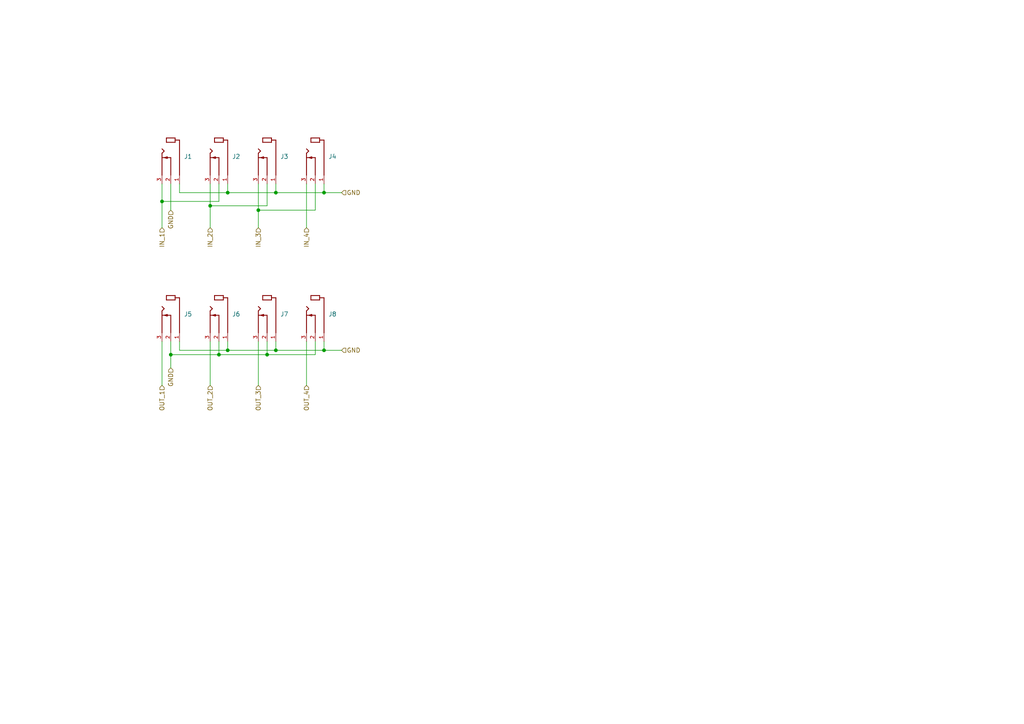
<source format=kicad_sch>
(kicad_sch (version 20230121) (generator eeschema)
  (paper "A4")
  (lib_symbols
    (symbol "PJ398SM-12:PJ398SM-12" (pin_names (offset 1.016))
      (property "Reference" "J" (at -5.08 2.54 0))
      (property "Value" "PJ398SM-12" (at -5.08 -8.89 0))
      (symbol "PJ398SM-12_0_0"
        (polyline (pts (xy -5.715 -3.81) (xy -5.715 -1.27)) (stroke (width 0.254)))
        (polyline (pts (xy -5.715 -1.27) (xy -5.08 -1.27)) (stroke (width 0.254)))
        (polyline (pts (xy -5.08 -1.27) (xy -4.445 -1.27)) (stroke (width 0.254)))
        (polyline (pts (xy -5.08 0) (xy -5.08 -1.27)) (stroke (width 0.254)))
        (polyline (pts (xy -4.445 -3.81) (xy -5.715 -3.81)) (stroke (width 0.254)))
        (polyline (pts (xy -4.445 -1.27) (xy -4.445 -3.81)) (stroke (width 0.254)))
        (polyline (pts (xy -1.905 -4.445) (xy -2.54 -5.08)) (stroke (width 0.254)))
        (polyline (pts (xy -1.27 -5.08) (xy -1.905 -4.445)) (stroke (width 0.254)))
        (polyline (pts (xy 0 -2.54) (xy 0 -5.08)) (stroke (width 0.254)))
        (polyline (pts (xy 0 -2.54) (xy 5.08 -2.54)) (stroke (width 0.254)))
        (polyline (pts (xy 5.08 -5.08) (xy -1.27 -5.08)) (stroke (width 0.254)))
        (polyline (pts (xy 5.08 0) (xy -5.08 0)) (stroke (width 0.254)))
        (polyline (pts (xy 0 -4.318) (xy 0.254 -3.556) (xy -0.254 -3.556) (xy 0 -4.318)) (stroke (width 0.254)) (fill (type outline)))
        (pin passive line (at 7.62 0 180) (length 2.54) (name "~") (number "1"))
        (pin passive line (at 7.62 -2.54 180) (length 2.54) (name "~") (number "2"))
        (pin passive line (at 7.62 -5.08 180) (length 2.54) (name "~") (number "3"))
      )
    )
  )
  (junction (at 77.47 102.87))
  (junction (at 66.04 101.6))
  (junction (at 49.53 102.87))
  (junction (at 66.04 55.88))
  (junction (at 63.5 102.87))
  (junction (at 80.01 101.6))
  (junction (at 93.98 101.6))
  (junction (at 93.98 55.88))
  (junction (at 80.01 55.88))
  (junction (at 60.96 59.69))
  (junction (at 74.93 60.96))
  (junction (at 46.99 58.42))
  (wire (pts (xy 49.53 99.06) (xy 49.53 102.87)))
  (wire (pts (xy 74.93 60.96) (xy 74.93 66.04)))
  (wire (pts (xy 91.44 102.87) (xy 91.44 99.06)))
  (wire (pts (xy 93.98 99.06) (xy 93.98 101.6)))
  (wire (pts (xy 60.96 99.06) (xy 60.96 111.76)))
  (wire (pts (xy 66.04 101.6) (xy 80.01 101.6)))
  (wire (pts (xy 46.99 58.42) (xy 46.99 66.04)))
  (wire (pts (xy 60.96 53.34) (xy 60.96 59.69)))
  (wire (pts (xy 80.01 101.6) (xy 93.98 101.6)))
  (wire (pts (xy 49.53 102.87) (xy 63.5 102.87)))
  (wire (pts (xy 60.96 59.69) (xy 60.96 66.04)))
  (wire (pts (xy 74.93 99.06) (xy 74.93 111.76)))
  (wire (pts (xy 66.04 55.88) (xy 80.01 55.88)))
  (wire (pts (xy 80.01 53.34) (xy 80.01 55.88)))
  (wire (pts (xy 93.98 55.88) (xy 99.06 55.88)))
  (wire (pts (xy 60.96 59.69) (xy 77.47 59.69)))
  (wire (pts (xy 74.93 60.96) (xy 91.44 60.96)))
  (wire (pts (xy 77.47 99.06) (xy 77.47 102.87)))
  (wire (pts (xy 66.04 53.34) (xy 66.04 55.88)))
  (wire (pts (xy 80.01 99.06) (xy 80.01 101.6)))
  (wire (pts (xy 49.53 102.87) (xy 49.53 106.68)))
  (wire (pts (xy 66.04 99.06) (xy 66.04 101.6)))
  (wire (pts (xy 77.47 102.87) (xy 91.44 102.87)))
  (wire (pts (xy 63.5 58.42) (xy 63.5 53.34)))
  (wire (pts (xy 74.93 53.34) (xy 74.93 60.96)))
  (wire (pts (xy 52.07 101.6) (xy 66.04 101.6)))
  (wire (pts (xy 63.5 102.87) (xy 77.47 102.87)))
  (wire (pts (xy 52.07 99.06) (xy 52.07 101.6)))
  (wire (pts (xy 93.98 53.34) (xy 93.98 55.88)))
  (wire (pts (xy 52.07 53.34) (xy 52.07 55.88)))
  (wire (pts (xy 52.07 55.88) (xy 66.04 55.88)))
  (wire (pts (xy 80.01 55.88) (xy 93.98 55.88)))
  (wire (pts (xy 46.99 58.42) (xy 63.5 58.42)))
  (wire (pts (xy 88.9 53.34) (xy 88.9 66.04)))
  (wire (pts (xy 63.5 99.06) (xy 63.5 102.87)))
  (wire (pts (xy 49.53 53.34) (xy 49.53 60.96)))
  (wire (pts (xy 93.98 101.6) (xy 99.06 101.6)))
  (wire (pts (xy 46.99 99.06) (xy 46.99 111.76)))
  (wire (pts (xy 91.44 60.96) (xy 91.44 53.34)))
  (wire (pts (xy 46.99 53.34) (xy 46.99 58.42)))
  (wire (pts (xy 77.47 59.69) (xy 77.47 53.34)))
  (wire (pts (xy 88.9 99.06) (xy 88.9 111.76)))
  (hierarchical_label "IN_2" (shape input) (at 60.96 66.04 270))
  (hierarchical_label "GND" (shape input) (at 49.53 60.96 270))
  (hierarchical_label "GND" (shape input) (at 49.53 106.68 270))
  (hierarchical_label "OUT_4" (shape input) (at 88.9 111.76 270))
  (hierarchical_label "IN_4" (shape input) (at 88.9 66.04 270))
  (hierarchical_label "OUT_3" (shape input) (at 74.93 111.76 270))
  (hierarchical_label "GND" (shape input) (at 99.06 55.88 0))
  (hierarchical_label "IN_3" (shape input) (at 74.93 66.04 270))
  (hierarchical_label "IN_1" (shape input) (at 46.99 66.04 270))
  (hierarchical_label "OUT_1" (shape input) (at 46.99 111.76 270))
  (hierarchical_label "GND" (shape input) (at 99.06 101.6 0))
  (hierarchical_label "OUT_2" (shape input) (at 60.96 111.76 270))
  (symbol (lib_id "PJ398SM-12:PJ398SM-12") (at 52.07 45.72 270) (unit 1)
    (property "Reference" "J1" (at 53.34 45.4025 90) (effects (justify left)))
    (property "Value" "PJ398SM-12" (effects hide))
    (property "Footprint" "AudioJacks:THONK_PJ398SM-12" (effects hide))
    (property "MF" "Thonk" (effects hide))
    (property "MAXIMUM_PACKAGE_HEIGHT" "14.5 mm" (effects hide))
    (property "Package" "Package" (effects hide))
    (property "Price" "None" (effects hide))
    (property "Check_prices" "https://www.snapeda.com/parts/PJ398SM-12/Thonk/view-part/?ref=eda" (effects hide))
    (property "STANDARD" "Manufacturer Recommendations" (effects hide))
    (property "PARTREV" "1" (effects hide))
    (property "SnapEDA_Link" "https://www.snapeda.com/parts/PJ398SM-12/Thonk/view-part/?ref=snap" (effects hide))
    (property "MP" "PJ398SM-12" (effects hide))
    (property "Description" "\n3.5mm Switching Jack Socket\n" (effects hide))
    (property "Availability" "Not in stock" (effects hide))
    (property "MANUFACTURER" "Thonk" (effects hide))
    (property "Sim.Enable" "0" (effects hide))
  )
  (symbol (lib_id "PJ398SM-12:PJ398SM-12") (at 93.98 91.44 270) (unit 1)
    (property "Reference" "J8" (at 95.25 91.1225 90) (effects (justify left)))
    (property "Value" "PJ398SM-12" (effects hide))
    (property "Footprint" "AudioJacks:THONK_PJ398SM-12" (effects hide))
    (property "MF" "Thonk" (effects hide))
    (property "MAXIMUM_PACKAGE_HEIGHT" "14.5 mm" (effects hide))
    (property "Package" "Package" (effects hide))
    (property "Price" "None" (effects hide))
    (property "Check_prices" "https://www.snapeda.com/parts/PJ398SM-12/Thonk/view-part/?ref=eda" (effects hide))
    (property "STANDARD" "Manufacturer Recommendations" (effects hide))
    (property "PARTREV" "1" (effects hide))
    (property "SnapEDA_Link" "https://www.snapeda.com/parts/PJ398SM-12/Thonk/view-part/?ref=snap" (effects hide))
    (property "MP" "PJ398SM-12" (effects hide))
    (property "Description" "\n3.5mm Switching Jack Socket\n" (effects hide))
    (property "Availability" "Not in stock" (effects hide))
    (property "MANUFACTURER" "Thonk" (effects hide))
    (property "Sim.Enable" "0" (effects hide))
  )
  (symbol (lib_id "PJ398SM-12:PJ398SM-12") (at 66.04 45.72 270) (unit 1)
    (property "Reference" "J2" (at 67.31 45.4025 90) (effects (justify left)))
    (property "Value" "PJ398SM-12" (effects hide))
    (property "Footprint" "AudioJacks:THONK_PJ398SM-12" (effects hide))
    (property "MF" "Thonk" (effects hide))
    (property "MAXIMUM_PACKAGE_HEIGHT" "14.5 mm" (effects hide))
    (property "Package" "Package" (effects hide))
    (property "Price" "None" (effects hide))
    (property "Check_prices" "https://www.snapeda.com/parts/PJ398SM-12/Thonk/view-part/?ref=eda" (effects hide))
    (property "STANDARD" "Manufacturer Recommendations" (effects hide))
    (property "PARTREV" "1" (effects hide))
    (property "SnapEDA_Link" "https://www.snapeda.com/parts/PJ398SM-12/Thonk/view-part/?ref=snap" (effects hide))
    (property "MP" "PJ398SM-12" (effects hide))
    (property "Description" "\n3.5mm Switching Jack Socket\n" (effects hide))
    (property "Availability" "Not in stock" (effects hide))
    (property "MANUFACTURER" "Thonk" (effects hide))
    (property "Sim.Enable" "0" (effects hide))
  )
  (symbol (lib_id "PJ398SM-12:PJ398SM-12") (at 80.01 45.72 270) (unit 1)
    (property "Reference" "J3" (at 81.28 45.4025 90) (effects (justify left)))
    (property "Value" "PJ398SM-12" (effects hide))
    (property "Footprint" "AudioJacks:THONK_PJ398SM-12" (effects hide))
    (property "MF" "Thonk" (effects hide))
    (property "MAXIMUM_PACKAGE_HEIGHT" "14.5 mm" (effects hide))
    (property "Package" "Package" (effects hide))
    (property "Price" "None" (effects hide))
    (property "Check_prices" "https://www.snapeda.com/parts/PJ398SM-12/Thonk/view-part/?ref=eda" (effects hide))
    (property "STANDARD" "Manufacturer Recommendations" (effects hide))
    (property "PARTREV" "1" (effects hide))
    (property "SnapEDA_Link" "https://www.snapeda.com/parts/PJ398SM-12/Thonk/view-part/?ref=snap" (effects hide))
    (property "MP" "PJ398SM-12" (effects hide))
    (property "Description" "\n3.5mm Switching Jack Socket\n" (effects hide))
    (property "Availability" "Not in stock" (effects hide))
    (property "MANUFACTURER" "Thonk" (effects hide))
    (property "Sim.Enable" "0" (effects hide))
  )
  (symbol (lib_id "PJ398SM-12:PJ398SM-12") (at 80.01 91.44 270) (unit 1)
    (property "Reference" "J7" (at 81.28 91.1225 90) (effects (justify left)))
    (property "Value" "PJ398SM-12" (effects hide))
    (property "Footprint" "AudioJacks:THONK_PJ398SM-12" (effects hide))
    (property "MF" "Thonk" (effects hide))
    (property "MAXIMUM_PACKAGE_HEIGHT" "14.5 mm" (effects hide))
    (property "Package" "Package" (effects hide))
    (property "Price" "None" (effects hide))
    (property "Check_prices" "https://www.snapeda.com/parts/PJ398SM-12/Thonk/view-part/?ref=eda" (effects hide))
    (property "STANDARD" "Manufacturer Recommendations" (effects hide))
    (property "PARTREV" "1" (effects hide))
    (property "SnapEDA_Link" "https://www.snapeda.com/parts/PJ398SM-12/Thonk/view-part/?ref=snap" (effects hide))
    (property "MP" "PJ398SM-12" (effects hide))
    (property "Description" "\n3.5mm Switching Jack Socket\n" (effects hide))
    (property "Availability" "Not in stock" (effects hide))
    (property "MANUFACTURER" "Thonk" (effects hide))
    (property "Sim.Enable" "0" (effects hide))
  )
  (symbol (lib_id "PJ398SM-12:PJ398SM-12") (at 93.98 45.72 270) (unit 1)
    (property "Reference" "J4" (at 95.25 45.4025 90) (effects (justify left)))
    (property "Value" "PJ398SM-12" (effects hide))
    (property "Footprint" "AudioJacks:THONK_PJ398SM-12" (effects hide))
    (property "MF" "Thonk" (effects hide))
    (property "MAXIMUM_PACKAGE_HEIGHT" "14.5 mm" (effects hide))
    (property "Package" "Package" (effects hide))
    (property "Price" "None" (effects hide))
    (property "Check_prices" "https://www.snapeda.com/parts/PJ398SM-12/Thonk/view-part/?ref=eda" (effects hide))
    (property "STANDARD" "Manufacturer Recommendations" (effects hide))
    (property "PARTREV" "1" (effects hide))
    (property "SnapEDA_Link" "https://www.snapeda.com/parts/PJ398SM-12/Thonk/view-part/?ref=snap" (effects hide))
    (property "MP" "PJ398SM-12" (effects hide))
    (property "Description" "\n3.5mm Switching Jack Socket\n" (effects hide))
    (property "Availability" "Not in stock" (effects hide))
    (property "MANUFACTURER" "Thonk" (effects hide))
    (property "Sim.Enable" "0" (effects hide))
  )
  (symbol (lib_id "PJ398SM-12:PJ398SM-12") (at 66.04 91.44 270) (unit 1)
    (property "Reference" "J6" (at 67.31 91.1225 90) (effects (justify left)))
    (property "Value" "PJ398SM-12" (effects hide))
    (property "Footprint" "AudioJacks:THONK_PJ398SM-12" (effects hide))
    (property "MF" "Thonk" (effects hide))
    (property "MAXIMUM_PACKAGE_HEIGHT" "14.5 mm" (effects hide))
    (property "Package" "Package" (effects hide))
    (property "Price" "None" (effects hide))
    (property "Check_prices" "https://www.snapeda.com/parts/PJ398SM-12/Thonk/view-part/?ref=eda" (effects hide))
    (property "STANDARD" "Manufacturer Recommendations" (effects hide))
    (property "PARTREV" "1" (effects hide))
    (property "SnapEDA_Link" "https://www.snapeda.com/parts/PJ398SM-12/Thonk/view-part/?ref=snap" (effects hide))
    (property "MP" "PJ398SM-12" (effects hide))
    (property "Description" "\n3.5mm Switching Jack Socket\n" (effects hide))
    (property "Availability" "Not in stock" (effects hide))
    (property "MANUFACTURER" "Thonk" (effects hide))
    (property "Sim.Enable" "0" (effects hide))
  )
  (symbol (lib_id "PJ398SM-12:PJ398SM-12") (at 52.07 91.44 270) (unit 1)
    (property "Reference" "J5" (at 53.34 91.1225 90) (effects (justify left)))
    (property "Value" "PJ398SM-12" (effects hide))
    (property "Footprint" "AudioJacks:THONK_PJ398SM-12" (effects hide))
    (property "MF" "Thonk" (effects hide))
    (property "MAXIMUM_PACKAGE_HEIGHT" "14.5 mm" (effects hide))
    (property "Package" "Package" (effects hide))
    (property "Price" "None" (effects hide))
    (property "Check_prices" "https://www.snapeda.com/parts/PJ398SM-12/Thonk/view-part/?ref=eda" (effects hide))
    (property "STANDARD" "Manufacturer Recommendations" (effects hide))
    (property "PARTREV" "1" (effects hide))
    (property "SnapEDA_Link" "https://www.snapeda.com/parts/PJ398SM-12/Thonk/view-part/?ref=snap" (effects hide))
    (property "MP" "PJ398SM-12" (effects hide))
    (property "Description" "\n3.5mm Switching Jack Socket\n" (effects hide))
    (property "Availability" "Not in stock" (effects hide))
    (property "MANUFACTURER" "Thonk" (effects hide))
    (property "Sim.Enable" "0" (effects hide))
  )
)
</source>
